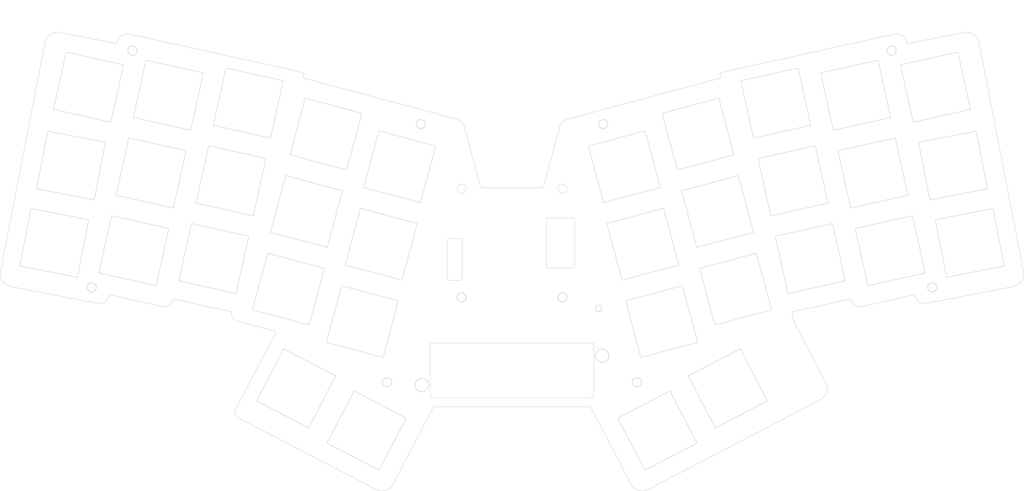
<source format=kicad_pcb>
(kicad_pcb (version 20240108) (generator "pcbnew") (generator_version "8.0")
  (layers (0 "F.Cu" signal) (31 "B.Cu" signal) (34 "B.Paste" user) (35 "F.Paste" user) (36 "B.SilkS" user "B.Silkscreen") (37 "F.SilkS" user "F.Silkscreen") (38 "B.Mask" user) (39 "F.Mask" user) (44 "Edge.Cuts" user))
  (net 0 "")
  (footprint "jw_custom_footprints:CherryMX_Hotswap_cutout_14x14mm" (layer "F.Cu") (at 115.346806 121.920781 -27.5)
    (property "Reference" "SW32" (hide yes))
    (property "Value" "SW32")
    (fp_poly (pts (xy -7 -7) (xy 7 -7) (xy 7 7) (xy -7 7)) (stroke (width 0.12)) (fill none) (layer "Edge.Cuts"))
  )
  (footprint "jw_custom_footprints:CherryMX_Hotswap_cutout_14x14mm" (layer "F.Cu") (at 255.092167 58.682972 11)
    (property "Reference" "SW20" (hide yes))
    (property "Value" "SW20")
    (fp_poly (pts (xy -7 -7) (xy 7 -7) (xy 7 7) (xy -7 7)) (stroke (width 0.12)) (fill none) (layer "Edge.Cuts"))
  )
  (footprint "jw_custom_footprints:CherryMX_Hotswap_cutout_14x14mm" (layer "F.Cu") (at 203.29311 88.173093 15)
    (property "Reference" "SW27" (hide yes))
    (property "Value" "SW27")
    (fp_poly (pts (xy -7 -7) (xy 7 -7) (xy 7 7) (xy -7 7)) (stroke (width 0.12)) (fill none) (layer "Edge.Cuts"))
  )
  (footprint "jw_custom_footprints:CherryMX_Hotswap_cutout_14x14mm" (layer "F.Cu") (at 176.759887 58.98642 15)
    (property "Reference" "SW6" (hide yes))
    (property "Value" "SW6")
    (fp_poly (pts (xy -7 -7) (xy 7 -7) (xy 7 7) (xy -7 7)) (stroke (width 0.12)) (fill none) (layer "Edge.Cuts"))
  )
  (footprint "jw_custom_footprints:CherryMX_Hotswap_cutout_14x14mm" (layer "F.Cu") (at 118.828399 77.456683 -15)
    (property "Reference" "SW15" (hide yes))
    (property "Value" "SW15")
    (fp_poly (pts (xy -7 -7) (xy 7 -7) (xy 7 7) (xy -7 7)) (stroke (width 0.12)) (fill none) (layer "Edge.Cuts"))
  )
  (footprint "jw_custom_footprints:CherryMX_Hotswap_cutout_14x14mm" (layer "F.Cu") (at 83.02485 62.32582 -12.5)
    (property "Reference" "SW13" (hide yes))
    (property "Value" "SW13")
    (fp_poly (pts (xy -7 -7) (xy 7 -7) (xy 7 7) (xy -7 7)) (stroke (width 0.12)) (fill none) (layer "Edge.Cuts"))
  )
  (footprint "jw_custom_footprints:MountingHole_2.2mm_M2_cutout" (layer "F.Cu") (at 138.000124 90.162334)
    (property "Reference" "TRH5" (hide yes))
    (property "Value" "Trackpad")
    (fp_circle (center 0 0) (end 1.1 0) (stroke (width 0.15)) (fill none) (layer "Edge.Cuts"))
  )
  (footprint "jw_custom_footprints:MountingHole_2.2mm_M2_cutout" (layer "F.Cu") (at 128.250066 48.815518)
    (property "Reference" "TH2" (hide yes))
    (property "Value" "Spacing plate")
    (fp_circle (center 0 0) (end 1.1 0) (stroke (width 0.15)) (fill none) (layer "Edge.Cuts"))
  )
  (footprint "jw_custom_footprints:CherryMX_Hotswap_cutout_14x14mm" (layer "F.Cu") (at 114.326735 95.912768 -15)
    (property "Reference" "SW25" (hide yes))
    (property "Value" "SW25")
    (fp_poly (pts (xy -7 -7) (xy 7 -7) (xy 7 7) (xy -7 7)) (stroke (width 0.12)) (fill none) (layer "Edge.Cuts"))
  )
  (footprint "jw_custom_footprints:MountingHole_2.2mm_M2_cutout" (layer "F.Cu") (at 120.249066 110.410518)
    (property "Reference" "TH7" (hide yes))
    (property "Value" "Spacing plate")
    (fp_circle (center 0 0) (end 1.1 0) (stroke (width 0.15)) (fill none) (layer "Edge.Cuts"))
  )
  (footprint "jw_custom_footprints:CherryMX_Hotswap_cutout_14x14mm" (layer "F.Cu") (at 194.335582 51.170618 15)
    (property "Reference" "SW7" (hide yes))
    (property "Value" "SW7")
    (fp_poly (pts (xy -7 -7) (xy 7 -7) (xy 7 7) (xy -7 7)) (stroke (width 0.12)) (fill none) (layer "Edge.Cuts"))
  )
  (footprint "jw_custom_footprints:CherryMX_Hotswap_cutout_14x14mm" (layer "F.Cu") (at 96.70689 88.173093 -15)
    (property "Reference" "SW24" (hide yes))
    (property "Value" "SW24")
    (fp_poly (pts (xy -7 -7) (xy 7 -7) (xy 7 7) (xy -7 7)) (stroke (width 0.12)) (fill none) (layer "Edge.Cuts"))
  )
  (footprint "jw_custom_footprints:CherryMX_Hotswap_cutout_14x14mm" (layer "F.Cu") (at 231.90982 41.910236 12.5)
    (property "Reference" "SW9" (hide yes))
    (property "Value" "SW9")
    (fp_poly (pts (xy -7 -7) (xy 7 -7) (xy 7 7) (xy -7 7)) (stroke (width 0.12)) (fill none) (layer "Edge.Cuts"))
  )
  (footprint "jw_custom_footprints:CherryMX_Hotswap_cutout_14x14mm" (layer "F.Cu") (at 184.653194 121.920781 27.5)
    (property "Reference" "SW33" (hide yes))
    (property "Value" "SW33")
    (fp_poly (pts (xy -7 -7) (xy 7 -7) (xy 7 7) (xy -7 7)) (stroke (width 0.12)) (fill none) (layer "Edge.Cuts"))
  )
  (footprint "jw_custom_footprints:CherryMX_Hotswap_cutout_14x14mm" (layer "F.Cu") (at 216.97515 62.32582 12.5)
    (property "Reference" "SW18" (hide yes))
    (property "Value" "SW18")
    (fp_poly (pts (xy -7 -7) (xy 7 -7) (xy 7 7) (xy -7 7)) (stroke (width 0.12)) (fill none) (layer "Edge.Cuts"))
  )
  (footprint "jw_custom_footprints:CherryMX_Hotswap_cutout_14x14mm" (layer "F.Cu") (at 185.673265 95.912768 15)
    (property "Reference" "SW26" (hide yes))
    (property "Value" "SW26")
    (fp_poly (pts (xy -7 -7) (xy 7 -7) (xy 7 7) (xy -7 7)) (stroke (width 0.12)) (fill none) (layer "Edge.Cuts"))
  )
  (footprint "jw_custom_footprints:CherryMX_Hotswap_cutout_14x14mm" (layer "F.Cu") (at 87.137194 43.776236 -12.5)
    (property "Reference" "SW3" (hide yes))
    (property "Value" "SW3")
    (fp_poly (pts (xy -7 -7) (xy 7 -7) (xy 7 7) (xy -7 7)) (stroke (width 0.12)) (fill none) (layer "Edge.Cuts"))
  )
  (footprint "jw_custom_footprints:MountingHole_2.2mm_M2_cutout" (layer "F.Cu") (at 161.999961 90.135622)
    (property "Reference" "TRH6" (hide yes))
    (property "Value" "Trackpad")
    (fp_circle (center 0 0) (end 1.1 0) (stroke (width 0.15)) (fill none) (layer "Edge.Cuts"))
  )
  (footprint "jw_custom_footprints:CherryMX_Hotswap_cutout_14x14mm" (layer "F.Cu") (at 240.134352 79.008703 12.5)
    (property "Reference" "SW29" (hide yes))
    (property "Value" "SW29")
    (fp_poly (pts (xy -7 -7) (xy 7 -7) (xy 7 7) (xy -7 7)) (stroke (width 0.12)) (fill none) (layer "Edge.Cuts"))
  )
  (footprint "jw_custom_footprints:MountingHole_2.2mm_M2_cutout" (layer "F.Cu") (at 179.750934 110.410518)
    (property "Reference" "TH6" (hide yes))
    (property "Value" "Spacing plate")
    (fp_circle (center 0 0) (end 1.1 0) (stroke (width 0.15)) (fill none) (layer "Edge.Cuts"))
  )
  (footprint "jw_custom_footprints:CherryMX_Hotswap_cutout_14x14mm" (layer "F.Cu") (at 44.907833 58.682972 -11)
    (property "Reference" "SW11" (hide yes))
    (property "Value" "SW11")
    (fp_poly (pts (xy -7 -7) (xy 7 -7) (xy 7 7) (xy -7 7)) (stroke (width 0.12)) (fill none) (layer "Edge.Cuts"))
  )
  (footprint "jw_custom_footprints:CherryMX_Hotswap_cutout_14x14mm" (layer "F.Cu") (at 250.936256 39.983518 12.5)
    (property "Reference" "SW10" (hide yes))
    (property "Value" "SW10")
    (fp_poly (pts (xy -7 -7) (xy 7 -7) (xy 7 7) (xy -7 7)) (stroke (width 0.12)) (fill none) (layer "Edge.Cuts"))
  )
  (footprint "jw_custom_footprints:MountingHole_2.2mm_M2_cutout" (layer "F.Cu") (at 49.838167 87.750857)
    (property "Reference" "TH8" (hide yes))
    (property "Value" "Spacing plate")
    (fp_circle (center 0 0) (end 1.1 0) (stroke (width 0.15)) (fill none) (layer "Edge.Cuts"))
  )
  (footprint "jw_custom_footprints:CherryMX_Hotswap_cutout_14x14mm" (layer "F.Cu") (at 123.240113 58.98642 -15)
    (property "Reference" "SW5" (hide yes))
    (property "Value" "SW5")
    (fp_poly (pts (xy -7 -7) (xy 7 -7) (xy 7 7) (xy -7 7)) (stroke (width 0.12)) (fill none) (layer "Edge.Cuts"))
  )
  (footprint "jw_custom_footprints:CherryMX_Hotswap_cutout_14x14mm" (layer "F.Cu") (at 40.901273 77.142234 -11)
    (property "Reference" "SW21" (hide yes))
    (property "Value" "SW21")
    (fp_poly (pts (xy -7 -7) (xy 7 -7) (xy 7 7) (xy -7 7)) (stroke (width 0.12)) (fill none) (layer "Edge.Cuts"))
  )
  (footprint "jw_custom_footprints:CherryMX_Hotswap_cutout_14x14mm" (layer "F.Cu") (at 221.087546 80.87564 12.5)
    (property "Reference" "SW28" (hide yes))
    (property "Value" "SW28")
    (fp_poly (pts (xy -7 -7) (xy 7 -7) (xy 7 7) (xy -7 7)) (stroke (width 0.12)) (fill none) (layer "Edge.Cuts"))
  )
  (footprint "jw_custom_footprints:MountingHole_2.2mm_M2_cutout" (layer "F.Cu") (at 171.749934 48.815518)
    (property "Reference" "TH3" (hide yes))
    (property "Value" "Spacing plate")
    (fp_circle (center 0 0) (end 1.1 0) (stroke (width 0.15)) (fill none) (layer "Edge.Cuts"))
  )
  (footprint "jw_custom_footprints:CherryMX_Hotswap_cutout_14x14mm" (layer "F.Cu") (at 105.664418 51.170618 -15)
    (property "Reference" "SW4" (hide yes))
    (property "Value" "SW4")
    (fp_poly (pts (xy -7 -7) (xy 7 -7) (xy 7 7) (xy -7 7)) (stroke (width 0.12)) (fill none) (layer "Edge.Cuts"))
  )
  (footprint "jw_custom_footprints:CherryMX_Hotswap_cutout_14x14mm" (layer "F.Cu") (at 212.862806 43.776236 12.5)
    (property "Reference" "SW8" (hide yes))
    (property "Value" "SW8")
    (fp_poly (pts (xy -7 -7) (xy 7 -7) (xy 7 7) (xy -7 7)) (stroke (width 0.12)) (fill none) (layer "Edge.Cuts"))
  )
  (footprint "jw_custom_footprints:CherryMX_Hotswap_cutout_14x14mm" (layer "F.Cu") (at 236.022085 60.459471 12.5)
    (property "Reference" "SW19" (hide yes))
    (property "Value" "SW19")
    (fp_poly (pts (xy -7 -7) (xy 7 -7) (xy 7 7) (xy -7 7)) (stroke (width 0.12)) (fill none) (layer "Edge.Cuts"))
  )
  (footprint "jw_custom_footprints:CherryMX_Hotswap_cutout_14x14mm" (layer "F.Cu") (at 201.430147 111.847994 27.5)
    (property "Reference" "SW34" (hide yes))
    (property "Value" "SW34")
    (fp_poly (pts (xy -7 -7) (xy 7 -7) (xy 7 7) (xy -7 7)) (stroke (width 0.12)) (fill none) (layer "Edge.Cuts"))
  )
  (footprint "jw_custom_footprints:CherryMX_Hotswap_cutout_14x14mm" (layer "F.Cu") (at 198.99108 69.651679 15)
    (property "Reference" "SW17" (hide yes))
    (property "Value" "SW17")
    (fp_poly (pts (xy -7 -7) (xy 7 -7) (xy 7 7) (xy -7 7)) (stroke (width 0.12)) (fill none) (layer "Edge.Cuts"))
  )
  (footprint "jw_custom_footprints:MountingHole_2.2mm_M2_cutout" (layer "F.Cu") (at 250.161833 87.750857)
    (property "Reference" "TH5" (hide yes))
    (property "Value" "Spacing plate")
    (fp_circle (center 0 0) (end 1.1 0) (stroke (width 0.15)) (fill none) (layer "Edge.Cuts"))
  )
  (footprint "jw_custom_footprints:CherryMX_Hotswap_cutout_14x14mm" (layer "F.Cu") (at 68.09018 41.910236 -12.5)
    (property "Reference" "SW2" (hide yes))
    (property "Value" "SW2")
    (fp_poly (pts (xy -7 -7) (xy 7 -7) (xy 7 7) (xy -7 7)) (stroke (width 0.12)) (fill none) (layer "Edge.Cuts"))
  )
  (footprint "jw_custom_footprints:CherryMX_Hotswap_cutout_14x14mm" (layer "F.Cu") (at 59.865648 79.008703 -12.5)
    (property "Reference" "SW22" (hide yes))
    (property "Value" "SW22")
    (fp_poly (pts (xy -7 -7) (xy 7 -7) (xy 7 7) (xy -7 7)) (stroke (width 0.12)) (fill none) (layer "Edge.Cuts"))
  )
  (footprint "jw_custom_footprints:CherryMX_Hotswap_cutout_14x14mm" (layer "F.Cu") (at 49.063744 39.983518 -12.5)
    (property "Reference" "SW1" (hide yes))
    (property "Value" "SW1")
    (fp_poly (pts (xy -7 -7) (xy 7 -7) (xy 7 7) (xy -7 7)) (stroke (width 0.12)) (fill none) (layer "Edge.Cuts"))
  )
  (footprint "jw_custom_footprints:CherryMX_Hotswap_cutout_14x14mm" (layer "F.Cu") (at 78.912454 80.87564 -12.5)
    (property "Reference" "SW23" (hide yes))
    (property "Value" "SW23")
    (fp_poly (pts (xy -7 -7) (xy 7 -7) (xy 7 7) (xy -7 7)) (stroke (width 0.12)) (fill none) (layer "Edge.Cuts"))
  )
  (footprint "jw_custom_footprints:MountingHole_2.2mm_M2_cutout" (layer "F.Cu") (at 59.525928 31.292947)
    (property "Reference" "TH1" (hide yes))
    (property "Value" "Spacing plate")
    (fp_circle (center 0 0) (end 1.1 0) (stroke (width 0.15)) (fill none) (layer "Edge.Cuts"))
  )
  (footprint "jw_custom_footprints:CherryMX_Hotswap_cutout_14x14mm" (layer "F.Cu") (at 101.00892 69.651679 -15)
    (property "Reference" "SW14" (hide yes))
    (property "Value" "SW14")
    (fp_poly (pts (xy -7 -7) (xy 7 -7) (xy 7 7) (xy -7 7)) (stroke (width 0.12)) (fill none) (layer "Edge.Cuts"))
  )
  (footprint "jw_custom_footprints:CherryMX_Hotswap_cutout_14x14mm" (layer "F.Cu") (at 98.569853 111.847994 -27.5)
    (property "Reference" "SW31" (hide yes))
    (property "Value" "SW31")
    (fp_poly (pts (xy -7 -7) (xy 7 -7) (xy 7 7) (xy -7 7)) (stroke (width 0.12)) (fill none) (layer "Edge.Cuts"))
  )
  (footprint "jw_custom_footprints:CherryMX_Hotswap_cutout_14x14mm" (layer "F.Cu") (at 259.098727 77.142234 11)
    (property "Reference" "SW30" (hide yes))
    (property "Value" "SW30")
    (fp_poly (pts (xy -7 -7) (xy 7 -7) (xy 7 7) (xy -7 7)) (stroke (width 0.12)) (fill none) (layer "Edge.Cuts"))
  )
  (footprint "jw_custom_footprints:CherryMX_Hotswap_cutout_14x14mm" (layer "F.Cu") (at 181.171601 77.456683 15)
    (property "Reference" "SW16" (hide yes))
    (property "Value" "SW16")
    (fp_poly (pts (xy -7 -7) (xy 7 -7) (xy 7 7) (xy -7 7)) (stroke (width 0.12)) (fill none) (layer "Edge.Cuts"))
  )
  (footprint "jw_custom_footprints:MountingHole_2.2mm_M2_cutout" (layer "F.Cu") (at 240.474072 31.292947)
    (property "Reference" "TH4" (hide yes))
    (property "Value" "Spacing plate")
    (fp_circle (center 0 0) (end 1.1 0) (stroke (width 0.15)) (fill none) (layer "Edge.Cuts"))
  )
  (footprint "jw_custom_footprints:CherryMX_Hotswap_cutout_14x14mm" (layer "F.Cu") (at 63.977915 60.459471 -12.5)
    (property "Reference" "SW12" (hide yes))
    (property "Value" "SW12")
    (fp_poly (pts (xy -7 -7) (xy 7 -7) (xy 7 7) (xy -7 7)) (stroke (width 0.12)) (fill none) (layer "Edge.Cuts"))
  )
  (gr_arc (start 248.875544 91.557709) (mid 247.000499 91.176288) (end 245.944454 89.580663) (stroke (width 0.1)) (layer "Edge.Cuts"))
  (gr_arc (start 131.136116 116.495126) (mid 131.320231 116.298539) (end 131.579621 116.226) (stroke (width 0.1)) (layer "Edge.Cuts"))
  (gr_line (start 241.155535 27.33154) (end 199.974037 36.461258) (stroke (width 0.1)) (layer "Edge.Cuts"))
  (gr_line (start 230.986257 90.868125) (end 231.008121 90.966748) (stroke (width 0.1)) (layer "Edge.Cuts"))
  (gr_arc (start 69.013743 90.868125) (mid 69.189379 90.617397) (end 69.490838 90.564182) (stroke (width 0.1)) (layer "Edge.Cuts"))
  (gr_line (start 28.081801 84.02252) (end 38.713665 29.326322) (stroke (width 0.1)) (layer "Edge.Cuts"))
  (gr_arc (start 54.055546 89.580663) (mid 52.999473 91.176261) (end 51.124456 91.557709) (stroke (width 0.1)) (layer "Edge.Cuts"))
  (gr_line (start 161.3004 49.669603) (end 157.559878 63.62941) (stroke (width 0.1)) (layer "Edge.Cuts"))
  (gr_arc (start 169.099934 101.049) (mid 169.382777 101.166157) (end 169.499934 101.449) (stroke (width 0.1)) (layer "Edge.Cuts"))
  (gr_line (start 121.660597 134.697428) (end 131.136116 116.495126) (stroke (width 0.1)) (layer "Edge.Cuts"))
  (gr_arc (start 224.77895 110.522531) (mid 224.979091 112.8099) (end 223.503164 114.56881) (stroke (width 0.1)) (layer "Edge.Cuts"))
  (gr_line (start 150 116.226) (end 131.579621 116.226) (stroke (width 0.1)) (layer "Edge.Cuts"))
  (gr_arc (start 217.529386 96.59625) (mid 217.394392 96.298319) (end 217.29264 95.987461) (stroke (width 0.1)) (layer "Edge.Cuts"))
  (gr_arc (start 84.766147 118.873541) (mid 84.028195 117.994083) (end 84.128254 116.850402) (stroke (width 0.1)) (layer "Edge.Cuts"))
  (gr_arc (start 157.559878 63.62941) (mid 157.381296 63.896676) (end 157.076916 64) (stroke (width 0.1)) (layer "Edge.Cuts"))
  (gr_arc (start 100.608703 37.910267) (mid 100.370258 37.731396) (end 100.321712 37.437321) (stroke (width 0.1)) (layer "Edge.Cuts"))
  (gr_line (start 130.899934 101.049) (end 169.099934 101.049) (stroke (width 0.1)) (layer "Edge.Cuts"))
  (gr_circle (center 128.499936 111.049001) (end 130.099936 111.049001) (stroke (width 0.15)) (fill none) (layer "Edge.Cuts"))
  (gr_line (start 83.217607 94.083193) (end 83.229817 94.037625) (stroke (width 0.1)) (layer "Edge.Cuts"))
  (gr_line (start 136.57828 47.548284) (end 100.608703 37.910267) (stroke (width 0.1)) (layer "Edge.Cuts"))
  (gr_line (start 233.155044 92.334491) (end 245.929263 89.502515) (stroke (width 0.1)) (layer "Edge.Cuts"))
  (gr_line (start 164.443961 71.175707) (end 158.693961 71.175707) (stroke (width 0.1)) (layer "Edge.Cuts"))
  (gr_circle (center 138 64.2148) (end 139.1 64.2148) (stroke (width 0.1)) (fill none) (layer "Edge.Cuts"))
  (gr_arc (start 233.155044 92.334491) (mid 231.798289 92.095288) (end 231.008121 90.966748) (stroke (width 0.1)) (layer "Edge.Cuts"))
  (gr_arc (start 142.923084 64) (mid 142.618704 63.896677) (end 142.440122 63.62941) (stroke (width 0.1)) (layer "Edge.Cuts"))
  (gr_line (start 224.77895 110.522531) (end 217.529386 96.59625) (stroke (width 0.1)) (layer "Edge.Cuts"))
  (gr_circle (center 170.679999 92.7972) (end 171.429999 92.7972) (stroke (width 0.15)) (fill none) (layer "Edge.Cuts"))
  (gr_circle (center 171.499933 104.049002) (end 173.099933 104.049002) (stroke (width 0.15)) (fill none) (layer "Edge.Cuts"))
  (gr_line (start 245.929263 89.502515) (end 245.944454 89.580663) (stroke (width 0.1)) (layer "Edge.Cuts"))
  (gr_arc (start 38.713665 29.326322) (mid 39.980988 27.411663) (end 42.230974 26.953867) (stroke (width 0.1)) (layer "Edge.Cuts"))
  (gr_line (start 169.499934 101.449) (end 169.499935 113.649) (stroke (width 0.1)) (layer "Edge.Cuts"))
  (gr_line (start 138.6996 49.669603) (end 142.440122 63.62941) (stroke (width 0.1)) (layer "Edge.Cuts"))
  (gr_arc (start 100.025963 36.461258) (mid 100.339399 36.680784) (end 100.40589 37.057628) (stroke (width 0.1)) (layer "Edge.Cuts"))
  (gr_line (start 244.207969 29.58987) (end 244.150701 29.295255) (stroke (width 0.1)) (layer "Edge.Cuts"))
  (gr_line (start 158.693961 83.175708) (end 164.443961 83.175708) (stroke (width 0.1)) (layer "Edge.Cuts"))
  (gr_arc (start 135.032 86.0944) (mid 134.678447 85.947953) (end 134.532 85.5944) (stroke (width 0.1)) (layer "Edge.Cuts"))
  (gr_line (start 199.678288 37.437321) (end 199.59411 37.057628) (stroke (width 0.1)) (layer "Edge.Cuts"))
  (gr_line (start 182.385682 135.973214) (end 223.503164 114.56881) (stroke (width 0.1)) (layer "Edge.Cuts"))
  (gr_line (start 130.499935 113.649) (end 130.499934 101.449) (stroke (width 0.1)) (layer "Edge.Cuts"))
  (gr_line (start 164.943961 71.675707) (end 164.943961 82.675708) (stroke (width 0.1)) (layer "Edge.Cuts"))
  (gr_line (start 54.070737 89.502515) (end 66.844956 92.334491) (stroke (width 0.1)) (layer "Edge.Cuts"))
  (gr_arc (start 93.201235 98.104156) (mid 93.529481 98.385745) (end 93.515332 98.817993) (stroke (width 0.1)) (layer "Edge.Cuts"))
  (gr_line (start 216.770183 94.037625) (end 217.29264 95.987461) (stroke (width 0.1)) (layer "Edge.Cuts"))
  (gr_line (start 261.286335 29.326322) (end 271.918199 84.02252) (stroke (width 0.1)) (layer "Edge.Cuts"))
  (gr_circle (center 138 90.135125) (end 139.1 90.135125) (stroke (width 0.1)) (fill none) (layer "Edge.Cuts"))
  (gr_arc (start 241.155535 27.33154) (mid 243.067329 27.681625) (end 244.150701 29.295255) (stroke (width 0.1)) (layer "Edge.Cuts"))
  (gr_line (start 150 64) (end 142.923084 64) (stroke (width 0.1)) (layer "Edge.Cuts"))
  (gr_line (start 257.769026 26.953867) (end 244.207969 29.58987) (stroke (width 0.1)) (layer "Edge.Cuts"))
  (gr_arc (start 84.136846 95.675361) (mid 83.347478 95.069658) (end 83.217607 94.083193) (stroke (width 0.1)) (layer "Edge.Cuts"))
  (gr_arc (start 182.385682 135.973214) (mid 180.098302 136.173357) (end 178.339403 134.697428) (stroke (width 0.1)) (layer "Edge.Cuts"))
  (gr_arc (start 216.770183 94.037625) (mid 216.814589 93.726581) (end 217.069976 93.543578) (stroke (width 0.1)) (layer "Edge.Cuts"))
  (gr_circle (center 161.999961 64.215297) (end 163.099961 64.215297) (stroke (width 0.1)) (fill none) (layer "Edge.Cuts"))
  (gr_line (start 158.193961 82.675708) (end 158.193961 71.675707) (stroke (width 0.1)) (layer "Edge.Cuts"))
  (gr_arc (start 68.991879 90.966748) (mid 68.201693 92.09526) (end 66.844956 92.334491) (stroke (width 0.1)) (layer "Edge.Cuts"))
  (gr_arc (start 121.660597 134.697428) (mid 119.90167 136.173334) (end 117.614318 135.973214) (stroke (width 0.1)) (layer "Edge.Cuts"))
  (gr_arc (start 130.899935 114.049) (mid 130.617092 113.931843) (end 130.499935 113.649) (stroke (width 0.1)) (layer "Edge.Cuts"))
  (gr_line (start 55.849299 29.295255) (end 55.792031 29.58987) (stroke (width 0.1)) (layer "Edge.Cuts"))
  (gr_line (start 137.632 76.0944) (end 135.032 76.0944) (stroke (width 0.1)) (layer "Edge.Cuts"))
  (gr_arc (start 137.632 76.0944) (mid 137.985553 76.240847) (end 138.132 76.5944) (stroke (width 0.1)) (layer "Edge.Cuts"))
  (gr_arc (start 55.849299 29.295255) (mid 56.932619 27.681547) (end 58.844465 27.33154) (stroke (width 0.1)) (layer "Edge.Cuts"))
  (gr_arc (start 164.443961 71.175707) (mid 164.797537 71.32214) (end 164.943961 71.675707) (stroke (width 0.1)) (layer "Edge.Cuts"))
  (gr_arc (start 30.454256 87.539829) (mid 28.539544 86.272543) (end 28.081801 84.02252) (stroke (width 0.1)) (layer "Edge.Cuts"))
  (gr_line (start 134.532 85.5944) (end 134.532 76.5944) (stroke (width 0.1)) (layer "Edge.Cuts"))
  (gr_arc (start 158.693961 83.175708) (mid 158.340395 83.029254) (end 158.193961 82.675708) (stroke (width 0.1)) (layer "Edge.Cuts"))
  (gr_arc (start 230.509162 90.564182) (mid 230.810696 90.617313) (end 230.986257 90.868125) (stroke (width 0.1)) (layer "Edge.Cuts"))
  (gr_arc (start 257.769026 26.953867) (mid 260.01901 27.41166) (end 261.286335 29.326322) (stroke (width 0.1)) (layer "Edge.Cuts"))
  (gr_arc (start 136.57828 47.548284) (mid 137.923144 48.324742) (end 138.6996 49.669603) (stroke (width 0.1)) (layer "Edge.Cuts"))
  (gr_line (start 100.40589 37.057628) (end 100.321712 37.437321) (stroke (width 0.1)) (layer "Edge.Cuts"))
  (gr_arc (start 138.132 85.5944) (mid 137.985553 85.947953) (end 137.632 86.0944) (stroke (width 0.1)) (layer "Edge.Cuts"))
  (gr_line (start 68.991879 90.966748) (end 69.013743 90.868125) (stroke (width 0.1)) (layer "Edge.Cuts"))
  (gr_line (start 55.792031 29.58987) (end 42.230974 26.953867) (stroke (width 0.1)) (layer "Edge.Cuts"))
  (gr_line (start 117.614318 135.973214) (end 84.766147 118.873541) (stroke (width 0.1)) (layer "Edge.Cuts"))
  (gr_line (start 54.055546 89.580663) (end 54.070737 89.502515) (stroke (width 0.1)) (layer "Edge.Cuts"))
  (gr_arc (start 168.420379 116.226) (mid 168.679774 116.298536) (end 168.863884 116.495126) (stroke (width 0.1)) (layer "Edge.Cuts"))
  (gr_line (start 150 64) (end 157.076916 64) (stroke (width 0.1)) (layer "Edge.Cuts"))
  (gr_arc (start 199.59411 37.057628) (mid 199.660557 36.680745) (end 199.974037 36.461258) (stroke (width 0.1)) (layer "Edge.Cuts"))
  (gr_line (start 169.099935 114.049) (end 130.899935 114.049) (stroke (width 0.1)) (layer "Edge.Cuts"))
  (gr_arc (start 161.3004 49.669603) (mid 162.076857 48.32474) (end 163.42172 47.548284) (stroke (width 0.1)) (layer "Edge.Cuts"))
  (gr_arc (start 158.193961 71.675707) (mid 158.340409 71.322171) (end 158.693961 71.175707) (stroke (width 0.1)) (layer "Edge.Cuts"))
  (gr_arc (start 134.532 76.5944) (mid 134.678447 76.240847) (end 135.032 76.0944) (stroke (width 0.1)) (layer "Edge.Cuts"))
  (gr_line (start 178.339403 134.697428) (end 168.863884 116.495126) (stroke (width 0.1)) (layer "Edge.Cuts"))
  (gr_line (start 199.391297 37.910267) (end 163.42172 47.548284) (stroke (width 0.1)) (layer "Edge.Cuts"))
  (gr_arc (start 271.918199 84.02252) (mid 271.460453 86.272541) (end 269.545744 87.539829) (stroke (width 0.1)) (layer "Edge.Cuts"))
  (gr_line (start 135.032 86.0944) (end 137.632 86.0944) (stroke (width 0.1)) (layer "Edge.Cuts"))
  (gr_arc (start 169.499935 113.649) (mid 169.38278 113.931855) (end 169.099935 114.049) (stroke (width 0.1)) (layer "Edge.Cuts"))
  (gr_arc (start 82.930024 93.543578) (mid 83.185448 93.726578) (end 83.229817 94.037625) (stroke (width 0.1)) (layer "Edge.Cuts"))
  (gr_arc (start 164.943961 82.675708) (mid 164.797509 83.029242) (end 164.443961 83.175708) (stroke (width 0.1)) (layer "Edge.Cuts"))
  (gr_line (start 69.490838 90.564182) (end 82.930024 93.543578) (stroke (width 0.1)) (layer "Edge.Cuts"))
  (gr_line (start 30.454256 87.539829) (end 51.124456 91.557709) (stroke (width 0.1)) (layer "Edge.Cuts"))
  (gr_line (start 93.515332 98.817993) (end 84.128254 116.850402) (stroke (width 0.1)) (layer "Edge.Cuts"))
  (gr_line (start 217.069976 93.543578) (end 230.509162 90.564182) (stroke (width 0.1)) (layer "Edge.Cuts"))
  (gr_line (start 138.132 76.5944) (end 138.132 85.5944) (stroke (width 0.1)) (layer "Edge.Cuts"))
  (gr_arc (start 130.499934 101.449) (mid 130.617091 101.166157) (end 130.899934 101.049) (stroke (width 0.1)) (layer "Edge.Cuts"))
  (gr_line (start 100.025963 36.461258) (end 58.844465 27.33154) (stroke (width 0.1)) (layer "Edge.Cuts"))
  (gr_line (start 248.875544 91.557709) (end 269.545744 87.539829) (stroke (width 0.1)) (layer "Edge.Cuts"))
  (gr_circle (center 161.999961 90.135622) (end 163.099961 90.135622) (stroke (width 0.1)) (fill none) (layer "Edge.Cuts"))
  (gr_line (start 93.201235 98.104156) (end 84.136846 95.675361) (stroke (width 0.1)) (layer "Edge.Cuts"))
  (gr_line (start 150 116.226) (end 168.420379 116.226) (stroke (width 0.1)) (layer "Edge.Cuts"))
  (gr_arc (start 199.678288 37.437321) (mid 199.629735 37.731402) (end 199.391297 37.910267) (stroke (width 0.1)) (layer "Edge.Cuts"))
)
</source>
